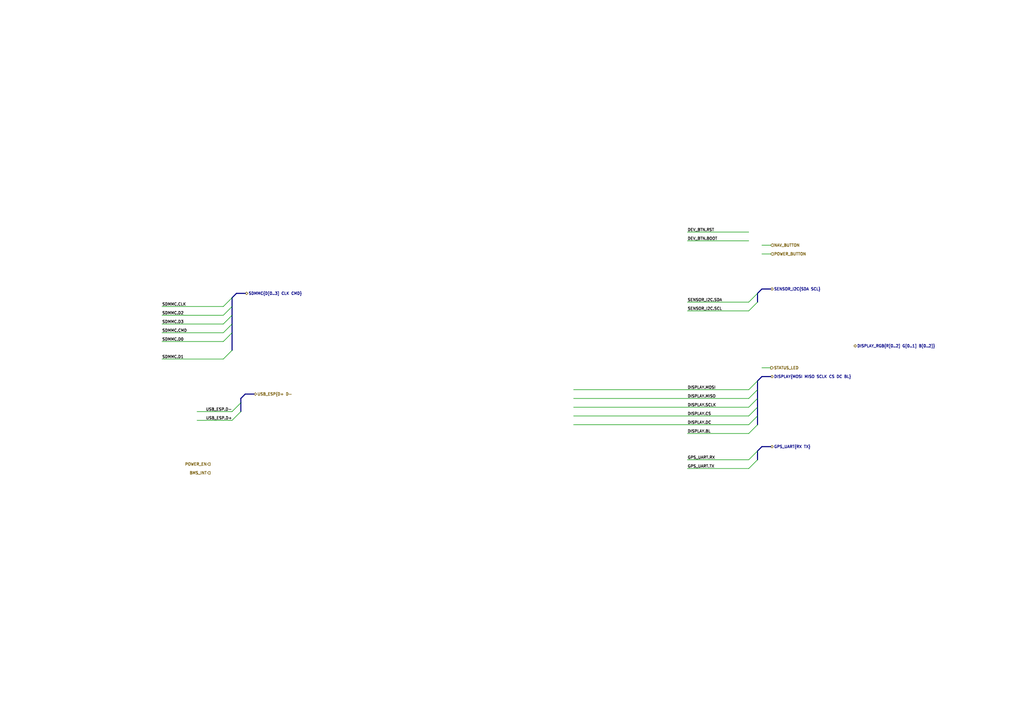
<source format=kicad_sch>
(kicad_sch (version 20211123) (generator eeschema)
  (paper "A4")
  (title_block (rev "A") (company "Frisius"))
  (lib_symbols)
  (bus_entry (at 67.31 96.52) (size -2.54 2.54))
  (bus_entry (at 217.17 90.17) (size 2.54 -2.54))
  (bus_entry (at 217.17 133.35) (size 2.54 -2.54))
  (bus_entry (at 217.17 135.89) (size 2.54 -2.54))
  (bus_entry (at 217.17 87.63) (size 2.54 -2.54))
  (bus_entry (at 69.85 119.38) (size -2.54 2.54))
  (bus_entry (at 217.17 113.03) (size 2.54 -2.54))
  (bus_entry (at 67.31 86.36) (size -2.54 2.54))
  (bus_entry (at 217.17 123.19) (size 2.54 -2.54))
  (bus_entry (at 64.77 96.52) (size 2.54 -2.54))
  (bus_entry (at 64.77 104.14) (size 2.54 -2.54))
  (bus_entry (at 64.77 91.44) (size 2.54 -2.54))
  (bus_entry (at 67.31 91.44) (size -2.54 2.54))
  (bus_entry (at 217.17 120.65) (size 2.54 -2.54))
  (bus_entry (at 217.17 115.57) (size 2.54 -2.54))
  (bus_entry (at 69.85 116.84) (size -2.54 2.54))
  (bus_entry (at 217.17 118.11) (size 2.54 -2.54))
  (bus_entry (at 217.17 125.73) (size 2.54 -2.54))
  (bus (pts (xy 219.71 118.11) (xy 219.71 115.57)))
  (bus (pts (xy 219.71 113.03) (xy 219.71 110.49)))
  (bus (pts (xy 67.31 91.44) (xy 67.31 88.9)))
  (wire (pts (xy 217.17 125.73) (xy 199.39 125.73)))
  (bus (pts (xy 219.71 115.57) (xy 219.71 113.03)))
  (wire (pts (xy 166.37 115.57) (xy 217.17 115.57)))
  (wire (pts (xy 166.37 113.03) (xy 217.17 113.03)))
  (bus (pts (xy 219.71 87.63) (xy 219.71 85.09)))
  (wire (pts (xy 199.39 87.63) (xy 217.17 87.63)))
  (bus (pts (xy 67.31 93.98) (xy 67.31 91.44)))
  (wire (pts (xy 46.99 96.52) (xy 64.77 96.52)))
  (bus (pts (xy 219.71 120.65) (xy 219.71 118.11)))
  (wire (pts (xy 220.98 71.12) (xy 223.52 71.12)))
  (wire (pts (xy 166.37 118.11) (xy 217.17 118.11)))
  (wire (pts (xy 46.99 93.98) (xy 64.77 93.98)))
  (wire (pts (xy 199.39 133.35) (xy 217.17 133.35)))
  (bus (pts (xy 69.85 115.57) (xy 71.12 114.3)))
  (wire (pts (xy 220.98 106.68) (xy 223.52 106.68)))
  (wire (pts (xy 57.15 121.92) (xy 67.31 121.92)))
  (bus (pts (xy 223.52 109.22) (xy 220.98 109.22)))
  (wire (pts (xy 57.15 119.38) (xy 67.31 119.38)))
  (bus (pts (xy 219.71 123.19) (xy 219.71 120.65)))
  (bus (pts (xy 67.31 86.36) (xy 68.58 85.09)))
  (wire (pts (xy 199.39 69.85) (xy 217.17 69.85)))
  (wire (pts (xy 46.99 91.44) (xy 64.77 91.44)))
  (bus (pts (xy 220.98 83.82) (xy 223.52 83.82)))
  (bus (pts (xy 73.66 114.3) (xy 71.12 114.3)))
  (wire (pts (xy 199.39 90.17) (xy 217.17 90.17)))
  (bus (pts (xy 219.71 85.09) (xy 220.98 83.82)))
  (bus (pts (xy 69.85 115.57) (xy 69.85 116.84)))
  (bus (pts (xy 67.31 96.52) (xy 67.31 101.6)))
  (wire (pts (xy 220.98 73.66) (xy 223.52 73.66)))
  (wire (pts (xy 199.39 67.31) (xy 217.17 67.31)))
  (bus (pts (xy 69.85 116.84) (xy 69.85 119.38)))
  (bus (pts (xy 68.58 85.09) (xy 71.12 85.09)))
  (bus (pts (xy 220.98 129.54) (xy 223.52 129.54)))
  (bus (pts (xy 219.71 130.81) (xy 220.98 129.54)))
  (wire (pts (xy 46.99 88.9) (xy 64.77 88.9)))
  (wire (pts (xy 46.99 99.06) (xy 64.77 99.06)))
  (wire (pts (xy 166.37 123.19) (xy 217.17 123.19)))
  (wire (pts (xy 166.37 120.65) (xy 217.17 120.65)))
  (bus (pts (xy 220.98 109.22) (xy 219.71 110.49)))
  (bus (pts (xy 67.31 96.52) (xy 67.31 93.98)))
  (wire (pts (xy 46.99 104.14) (xy 64.77 104.14)))
  (wire (pts (xy 217.17 135.89) (xy 199.39 135.89)))
  (bus (pts (xy 219.71 133.35) (xy 219.71 130.81)))
  (bus (pts (xy 67.31 88.9) (xy 67.31 86.36)))
  (label "SDMMC.D1" (at 46.99 104.14 0) (effects (font (size 0.8 0.8))))
  (label "DISPLAY.SCLK" (at 199.39 118.11 0) (effects (font (size 0.8 0.8))))
  (label "USB_ESP.D+" (at 59.69 121.92 0) (effects (font (size 0.8 0.8))))
  (label "DISPLAY.BL" (at 199.39 125.73 0) (effects (font (size 0.8 0.8))))
  (label "DEV_BTN.RST" (at 199.39 67.31 0) (effects (font (size 0.8 0.8))))
  (label "DISPLAY.MOSI" (at 199.39 113.03 0) (effects (font (size 0.8 0.8))))
  (label "GPS_UART.RX" (at 199.39 133.35 0) (effects (font (size 0.8 0.8))))
  (label "SENSOR_I2C.SDA" (at 199.39 87.63 0) (effects (font (size 0.8 0.8))))
  (label "SDMMC.D0" (at 46.99 99.06 0) (effects (font (size 0.8 0.8))))
  (label "USB_ESP.D-" (at 67.31 119.38 180) (effects (font (size 0.8 0.8))))
  (label "SENSOR_I2C.SCL" (at 199.39 90.17 0) (effects (font (size 0.8 0.8))))
  (label "DEV_BTN.BOOT" (at 199.39 69.85 0) (effects (font (size 0.8 0.8))))
  (label "DISPLAY.DC" (at 199.39 123.19 0) (effects (font (size 0.8 0.8))))
  (label "SDMMC.CLK" (at 46.99 88.9 0) (effects (font (size 0.8 0.8))))
  (label "SDMMC.D2" (at 46.99 91.44 0) (effects (font (size 0.8 0.8))))
  (label "DISPLAY.MISO" (at 199.39 115.57 0) (effects (font (size 0.8 0.8))))
  (label "SDMMC.D3" (at 46.99 93.98 0) (effects (font (size 0.8 0.8))))
  (label "DISPLAY.CS" (at 199.39 120.65 0) (effects (font (size 0.8 0.8))))
  (label "SDMMC.CMD" (at 46.99 96.52 0) (effects (font (size 0.8 0.8))))
  (label "GPS_UART.TX" (at 199.39 135.89 0) (effects (font (size 0.8 0.8))))
  (hierarchical_label "GPS_UART{RX TX}" (shape bidirectional) (at 223.52 129.54 0) (effects (font (size 0.8 0.8))))
  (hierarchical_label "BMS_INT" (shape output) (at 60.96 137.16 180) (effects (font (size 0.8 0.8))))
  (hierarchical_label "DISPLAY_RGB{R[0..2] G[0..1] B[0..2]}" (shape bidirectional) (at 247.65 100.33 0) (effects (font (size 0.8 0.8))))
  (hierarchical_label "SENSOR_I2C{SDA SCL}" (shape bidirectional) (at 223.52 83.82 0) (effects (font (size 0.8 0.8))))
  (hierarchical_label "POWER_EN" (shape output) (at 60.96 134.62 180) (effects (font (size 0.8 0.8))))
  (hierarchical_label "SDMMC{D[0..3] CLK CMD}" (shape bidirectional) (at 71.12 85.09 0) (effects (font (size 0.8 0.8))))
  (hierarchical_label "POWER_BUTTON" (shape input) (at 223.52 73.66 0) (effects (font (size 0.8 0.8))))
  (hierarchical_label "STATUS_LED" (shape output) (at 223.52 106.68 0) (effects (font (size 0.8 0.8))))
  (hierarchical_label "DISPLAY{MOSI MISO SCLK CS DC BL}" (shape bidirectional) (at 223.52 109.22 0) (effects (font (size 0.8 0.8))))
  (hierarchical_label "USB_ESP{D+ D-" (shape bidirectional) (at 73.66 114.3 0) (effects (font (size 0.8 0.8))))
  (hierarchical_label "NAV_BUTTON" (shape input) (at 223.52 71.12 0) (effects (font (size 0.8 0.8))))
)
</source>
